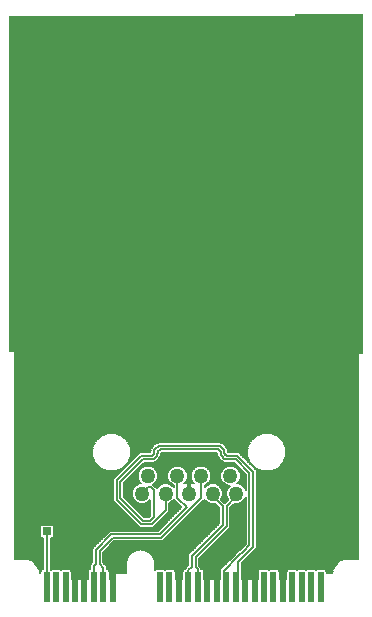
<source format=gtl>
G75*
%MOIN*%
%OFA0B0*%
%FSLAX24Y24*%
%IPPOS*%
%LPD*%
%AMOC8*
5,1,8,0,0,1.08239X$1,22.5*
%
%ADD10R,0.0236X0.1004*%
%ADD11R,0.2283X1.1220*%
%ADD12R,0.2283X1.1339*%
%ADD13C,0.0500*%
%ADD14C,0.0060*%
%ADD15C,0.0376*%
%ADD16R,0.0270X0.0270*%
D10*
X001430Y003333D03*
X001745Y003333D03*
X002060Y003333D03*
X002375Y003333D03*
X002690Y003333D03*
X003005Y003333D03*
X003320Y003333D03*
X003635Y003333D03*
X005210Y003333D03*
X005524Y003333D03*
X005839Y003333D03*
X006154Y003333D03*
X006469Y003333D03*
X006784Y003333D03*
X007099Y003333D03*
X007414Y003333D03*
X007729Y003333D03*
X008044Y003333D03*
X008359Y003333D03*
X008674Y003333D03*
X008989Y003333D03*
X009304Y003333D03*
X009619Y003333D03*
X009934Y003333D03*
X010249Y003333D03*
X010564Y003333D03*
D11*
X001312Y016768D03*
D12*
X010839Y016768D03*
D13*
X007558Y007046D03*
X007755Y006455D03*
X006967Y006455D03*
X006574Y007046D03*
X006180Y006455D03*
X005786Y007046D03*
X005393Y006455D03*
X004802Y007046D03*
X004605Y006455D03*
D14*
X004605Y006471D01*
X004806Y006672D01*
X004904Y006672D01*
X005003Y006573D01*
X005003Y005674D01*
X004880Y005551D01*
X004634Y005551D01*
X003882Y006303D01*
X003882Y006844D01*
X004634Y007596D01*
X004904Y007596D01*
X004904Y007716D02*
X004584Y007716D01*
X003762Y006894D01*
X003762Y006253D01*
X004584Y005431D01*
X004929Y005431D01*
X005393Y005894D01*
X005393Y006455D01*
X005513Y006137D02*
X005585Y006167D01*
X005668Y006250D01*
X005922Y005995D01*
X005145Y005218D01*
X003540Y005218D01*
X003023Y004701D01*
X002953Y004630D01*
X002953Y004163D01*
X002885Y004095D01*
X002885Y003925D01*
X002849Y003925D01*
X002797Y003873D01*
X002797Y003621D01*
X002268Y003621D01*
X002268Y003873D01*
X002215Y003925D01*
X001905Y003925D01*
X001902Y003923D01*
X001900Y003925D01*
X001590Y003925D01*
X001587Y003923D01*
X001585Y003925D01*
X001560Y003925D01*
X001560Y004971D01*
X001612Y004971D01*
X001665Y005023D01*
X001665Y005368D01*
X001612Y005421D01*
X001268Y005421D01*
X001215Y005368D01*
X001215Y005023D01*
X001268Y004971D01*
X001320Y004971D01*
X001320Y003925D01*
X001275Y003925D01*
X001222Y003873D01*
X001222Y003806D01*
X001197Y003806D01*
X001197Y003875D01*
X001121Y004057D01*
X000982Y004196D01*
X000800Y004271D01*
X000360Y004271D01*
X000360Y022338D01*
X001135Y022338D01*
X000920Y022249D01*
X000725Y022055D01*
X000620Y021800D01*
X000620Y021525D01*
X000725Y021271D01*
X000920Y021076D01*
X001174Y020971D01*
X001449Y020971D01*
X001704Y021076D01*
X001898Y021271D01*
X002004Y021525D01*
X002004Y021800D01*
X001898Y022055D01*
X001704Y022249D01*
X001489Y022338D01*
X010554Y022338D01*
X010546Y022335D01*
X010351Y022141D01*
X010246Y021886D01*
X010246Y021611D01*
X010351Y021357D01*
X010546Y021162D01*
X010800Y021057D01*
X011075Y021057D01*
X011330Y021162D01*
X011524Y021357D01*
X011630Y021611D01*
X011630Y021886D01*
X011524Y022141D01*
X011330Y022335D01*
X011322Y022338D01*
X011811Y022338D01*
X011811Y013467D01*
X011801Y013457D01*
X011801Y004271D01*
X011351Y004271D01*
X011169Y004196D01*
X011030Y004057D01*
X011030Y004057D01*
X010955Y003875D01*
X010955Y003806D01*
X010772Y003806D01*
X010772Y003873D01*
X010719Y003925D01*
X010408Y003925D01*
X010406Y003923D01*
X010404Y003925D01*
X010094Y003925D01*
X010091Y003923D01*
X010089Y003925D01*
X009779Y003925D01*
X009776Y003923D01*
X009774Y003925D01*
X009464Y003925D01*
X009411Y003873D01*
X009411Y003621D01*
X009197Y003621D01*
X009197Y003873D01*
X009144Y003925D01*
X008834Y003925D01*
X008832Y003923D01*
X008829Y003925D01*
X008519Y003925D01*
X008466Y003873D01*
X008466Y003621D01*
X007938Y003621D01*
X007938Y004136D01*
X008361Y004559D01*
X008431Y004629D01*
X008431Y007239D01*
X007904Y007766D01*
X007833Y007836D01*
X007478Y007836D01*
X007478Y007914D01*
X007386Y008074D01*
X007226Y008166D01*
X005142Y008166D01*
X004982Y008074D01*
X004982Y008074D01*
X004982Y008074D01*
X004889Y007914D01*
X004889Y007836D01*
X004535Y007836D01*
X003712Y007014D01*
X003642Y006943D01*
X003642Y006204D01*
X003712Y006133D01*
X004464Y005381D01*
X004535Y005311D01*
X004979Y005311D01*
X005442Y005774D01*
X005513Y005844D01*
X005513Y006137D01*
X005513Y006109D02*
X005808Y006109D01*
X005867Y006051D02*
X005513Y006051D01*
X005513Y005992D02*
X005919Y005992D01*
X005861Y005934D02*
X005513Y005934D01*
X005513Y005875D02*
X005802Y005875D01*
X005744Y005817D02*
X005485Y005817D01*
X005427Y005758D02*
X005685Y005758D01*
X005627Y005700D02*
X005368Y005700D01*
X005310Y005641D02*
X005568Y005641D01*
X005510Y005583D02*
X005251Y005583D01*
X005193Y005524D02*
X005451Y005524D01*
X005393Y005466D02*
X005134Y005466D01*
X005075Y005407D02*
X005334Y005407D01*
X005276Y005349D02*
X005017Y005349D01*
X005159Y005232D02*
X001665Y005232D01*
X001665Y005290D02*
X005217Y005290D01*
X005195Y005098D02*
X003590Y005098D01*
X003073Y004581D01*
X003073Y004113D01*
X003005Y004045D01*
X003005Y003333D01*
X002797Y003652D02*
X002268Y003652D01*
X002268Y003711D02*
X002797Y003711D01*
X002797Y003769D02*
X002268Y003769D01*
X002268Y003828D02*
X002797Y003828D01*
X002810Y003886D02*
X002254Y003886D01*
X002885Y003945D02*
X001560Y003945D01*
X001560Y004003D02*
X002885Y004003D01*
X002885Y004062D02*
X001560Y004062D01*
X001560Y004120D02*
X002911Y004120D01*
X002953Y004179D02*
X001560Y004179D01*
X001560Y004237D02*
X002953Y004237D01*
X002953Y004296D02*
X001560Y004296D01*
X001560Y004354D02*
X002953Y004354D01*
X002953Y004413D02*
X001560Y004413D01*
X001560Y004471D02*
X002953Y004471D01*
X002953Y004530D02*
X001560Y004530D01*
X001560Y004588D02*
X002953Y004588D01*
X002969Y004647D02*
X001560Y004647D01*
X001560Y004705D02*
X003028Y004705D01*
X003086Y004764D02*
X001560Y004764D01*
X001560Y004822D02*
X003145Y004822D01*
X003203Y004881D02*
X001560Y004881D01*
X001560Y004939D02*
X003262Y004939D01*
X003320Y004998D02*
X001639Y004998D01*
X001665Y005056D02*
X003379Y005056D01*
X003437Y005115D02*
X001665Y005115D01*
X001665Y005173D02*
X003496Y005173D01*
X003640Y004978D02*
X003193Y004531D01*
X003193Y004113D01*
X003320Y003986D01*
X003320Y003333D01*
X003528Y003621D02*
X003528Y003873D01*
X003475Y003925D01*
X003440Y003925D01*
X003440Y004036D01*
X003313Y004163D01*
X003313Y004481D01*
X003690Y004858D01*
X005294Y004858D01*
X005364Y004928D01*
X006623Y006188D01*
X006689Y006253D01*
X006775Y006167D01*
X006900Y006115D01*
X007035Y006115D01*
X007047Y006120D01*
X007185Y005982D01*
X007185Y005467D01*
X006152Y004433D01*
X006152Y004064D01*
X006034Y003947D01*
X006034Y003925D01*
X005999Y003925D01*
X005946Y003873D01*
X005946Y003621D01*
X005733Y003621D01*
X005733Y003873D01*
X005680Y003925D01*
X005369Y003925D01*
X005367Y003923D01*
X005365Y003925D01*
X005054Y003925D01*
X005035Y003906D01*
X005035Y004219D01*
X004941Y004415D01*
X004771Y004550D01*
X004560Y004598D01*
X004348Y004550D01*
X004179Y004415D01*
X004179Y004415D01*
X004179Y004415D01*
X004085Y004219D01*
X004085Y003806D01*
X003740Y003806D01*
X003723Y003789D01*
X003723Y003621D01*
X003528Y003621D01*
X003528Y003652D02*
X003723Y003652D01*
X003723Y003711D02*
X003528Y003711D01*
X003528Y003769D02*
X003723Y003769D01*
X003528Y003828D02*
X004085Y003828D01*
X004085Y003886D02*
X003514Y003886D01*
X003440Y003945D02*
X004085Y003945D01*
X004085Y004003D02*
X003440Y004003D01*
X003413Y004062D02*
X004085Y004062D01*
X004085Y004120D02*
X003355Y004120D01*
X003313Y004179D02*
X004085Y004179D01*
X004093Y004237D02*
X003313Y004237D01*
X003313Y004296D02*
X004121Y004296D01*
X004150Y004354D02*
X003313Y004354D01*
X003313Y004413D02*
X004178Y004413D01*
X004250Y004471D02*
X003313Y004471D01*
X003361Y004530D02*
X004323Y004530D01*
X004348Y004550D02*
X004348Y004550D01*
X004516Y004588D02*
X003420Y004588D01*
X003478Y004647D02*
X006365Y004647D01*
X006423Y004705D02*
X003537Y004705D01*
X003595Y004764D02*
X006482Y004764D01*
X006540Y004822D02*
X003654Y004822D01*
X003640Y004978D02*
X005244Y004978D01*
X006574Y006308D01*
X006574Y007046D01*
X006757Y007338D02*
X007374Y007338D01*
X007365Y007334D02*
X007270Y007239D01*
X007218Y007114D01*
X007218Y006978D01*
X007270Y006853D01*
X007365Y006758D01*
X007490Y006706D01*
X007525Y006706D01*
X007467Y006648D01*
X007415Y006523D01*
X007415Y006388D01*
X007467Y006263D01*
X007476Y006253D01*
X007365Y006142D01*
X007355Y006152D01*
X007250Y006257D01*
X007256Y006263D01*
X007307Y006388D01*
X007307Y006523D01*
X007256Y006648D01*
X007160Y006744D01*
X007035Y006795D01*
X006900Y006795D01*
X006775Y006744D01*
X006694Y006663D01*
X006694Y006728D01*
X006766Y006758D01*
X006862Y006853D01*
X006914Y006978D01*
X006914Y007114D01*
X006862Y007239D01*
X006766Y007334D01*
X006641Y007386D01*
X006506Y007386D01*
X006381Y007334D01*
X006285Y007239D01*
X006234Y007114D01*
X006234Y006978D01*
X006285Y006853D01*
X006337Y006802D01*
X006291Y006821D01*
X006217Y006835D01*
X006210Y006835D01*
X006210Y006485D01*
X006150Y006485D01*
X006150Y006835D01*
X006143Y006835D01*
X006069Y006821D01*
X006023Y006802D01*
X006075Y006853D01*
X006126Y006978D01*
X006126Y007114D01*
X006075Y007239D01*
X005979Y007334D01*
X005854Y007386D01*
X005719Y007386D01*
X005594Y007334D01*
X005498Y007239D01*
X005446Y007114D01*
X005446Y006978D01*
X005498Y006853D01*
X005594Y006758D01*
X005666Y006728D01*
X005666Y006663D01*
X005585Y006744D01*
X005460Y006795D01*
X005325Y006795D01*
X005200Y006744D01*
X005104Y006648D01*
X005103Y006644D01*
X005024Y006722D01*
X004990Y006756D01*
X004995Y006758D01*
X005090Y006853D01*
X005142Y006978D01*
X005142Y007114D01*
X005090Y007239D01*
X004995Y007334D01*
X004870Y007386D01*
X004734Y007386D01*
X004609Y007334D01*
X004514Y007239D01*
X004462Y007114D01*
X004462Y006978D01*
X004514Y006853D01*
X004572Y006795D01*
X004538Y006795D01*
X004413Y006744D01*
X004317Y006648D01*
X004265Y006523D01*
X004265Y006388D01*
X004317Y006263D01*
X004413Y006167D01*
X004538Y006115D01*
X004673Y006115D01*
X004798Y006167D01*
X004883Y006252D01*
X004883Y005724D01*
X004830Y005671D01*
X004684Y005671D01*
X004002Y006353D01*
X004002Y006794D01*
X004684Y007476D01*
X004997Y007476D01*
X005157Y007569D01*
X005249Y007729D01*
X005249Y007806D01*
X007118Y007806D01*
X007118Y007729D01*
X007211Y007569D01*
X007371Y007476D01*
X007684Y007476D01*
X008071Y007089D01*
X008071Y006581D01*
X008043Y006648D01*
X007947Y006744D01*
X007822Y006795D01*
X007788Y006795D01*
X007846Y006853D01*
X007898Y006978D01*
X007898Y007114D01*
X007846Y007239D01*
X007751Y007334D01*
X007626Y007386D01*
X007490Y007386D01*
X007365Y007334D01*
X007311Y007279D02*
X006821Y007279D01*
X006869Y007221D02*
X007262Y007221D01*
X007238Y007162D02*
X006893Y007162D01*
X006914Y007104D02*
X007218Y007104D01*
X007218Y007045D02*
X006914Y007045D01*
X006914Y006987D02*
X007218Y006987D01*
X007239Y006928D02*
X006893Y006928D01*
X006869Y006870D02*
X007263Y006870D01*
X007312Y006811D02*
X006820Y006811D01*
X006797Y006753D02*
X006755Y006753D01*
X006726Y006694D02*
X006694Y006694D01*
X006716Y006226D02*
X006662Y006226D01*
X006604Y006168D02*
X006774Y006168D01*
X006545Y006109D02*
X007058Y006109D01*
X007117Y006051D02*
X006487Y006051D01*
X006428Y005992D02*
X007175Y005992D01*
X007185Y005934D02*
X006370Y005934D01*
X006311Y005875D02*
X007185Y005875D01*
X007185Y005817D02*
X006253Y005817D01*
X006194Y005758D02*
X007185Y005758D01*
X007185Y005700D02*
X006136Y005700D01*
X006077Y005641D02*
X007185Y005641D01*
X007185Y005583D02*
X006019Y005583D01*
X005960Y005524D02*
X007185Y005524D01*
X007184Y005466D02*
X005902Y005466D01*
X005843Y005407D02*
X007125Y005407D01*
X007067Y005349D02*
X005785Y005349D01*
X005726Y005290D02*
X007008Y005290D01*
X006950Y005232D02*
X005668Y005232D01*
X005609Y005173D02*
X006891Y005173D01*
X006833Y005115D02*
X005551Y005115D01*
X005492Y005056D02*
X006774Y005056D01*
X006716Y004998D02*
X005434Y004998D01*
X005375Y004939D02*
X006657Y004939D01*
X006599Y004881D02*
X005317Y004881D01*
X005195Y005098D02*
X006092Y005995D01*
X005786Y006301D01*
X005786Y007046D01*
X005603Y007338D02*
X004986Y007338D01*
X005049Y007279D02*
X005539Y007279D01*
X005491Y007221D02*
X005098Y007221D01*
X005122Y007162D02*
X005467Y007162D01*
X005446Y007104D02*
X005142Y007104D01*
X005142Y007045D02*
X005446Y007045D01*
X005446Y006987D02*
X005142Y006987D01*
X005121Y006928D02*
X005467Y006928D01*
X005491Y006870D02*
X005097Y006870D01*
X005048Y006811D02*
X005540Y006811D01*
X005563Y006753D02*
X005605Y006753D01*
X005634Y006694D02*
X005666Y006694D01*
X005644Y006226D02*
X005691Y006226D01*
X005750Y006168D02*
X005586Y006168D01*
X005151Y006694D02*
X005052Y006694D01*
X004993Y006753D02*
X005222Y006753D01*
X004883Y006226D02*
X004857Y006226D01*
X004883Y006168D02*
X004798Y006168D01*
X004883Y006109D02*
X004245Y006109D01*
X004304Y006051D02*
X004883Y006051D01*
X004883Y005992D02*
X004362Y005992D01*
X004421Y005934D02*
X004883Y005934D01*
X004883Y005875D02*
X004479Y005875D01*
X004538Y005817D02*
X004883Y005817D01*
X004883Y005758D02*
X004596Y005758D01*
X004655Y005700D02*
X004859Y005700D01*
X004497Y005349D02*
X001665Y005349D01*
X001625Y005407D02*
X004438Y005407D01*
X004464Y005381D02*
X004464Y005381D01*
X004380Y005466D02*
X000360Y005466D01*
X000360Y005524D02*
X004321Y005524D01*
X004263Y005583D02*
X000360Y005583D01*
X000360Y005641D02*
X004204Y005641D01*
X004146Y005700D02*
X000360Y005700D01*
X000360Y005758D02*
X004087Y005758D01*
X004029Y005817D02*
X000360Y005817D01*
X000360Y005875D02*
X003970Y005875D01*
X003912Y005934D02*
X000360Y005934D01*
X000360Y005992D02*
X003853Y005992D01*
X003795Y006051D02*
X000360Y006051D01*
X000360Y006109D02*
X003736Y006109D01*
X003712Y006133D02*
X003712Y006133D01*
X003678Y006168D02*
X000360Y006168D01*
X000360Y006226D02*
X003642Y006226D01*
X003642Y006285D02*
X000360Y006285D01*
X000360Y006343D02*
X003642Y006343D01*
X003642Y006402D02*
X000360Y006402D01*
X000360Y006460D02*
X003642Y006460D01*
X003642Y006519D02*
X000360Y006519D01*
X000360Y006577D02*
X003642Y006577D01*
X003642Y006636D02*
X000360Y006636D01*
X000360Y006694D02*
X003642Y006694D01*
X003642Y006753D02*
X000360Y006753D01*
X000360Y006811D02*
X003642Y006811D01*
X003642Y006870D02*
X000360Y006870D01*
X000360Y006928D02*
X003642Y006928D01*
X003685Y006987D02*
X000360Y006987D01*
X000360Y007045D02*
X003744Y007045D01*
X003802Y007104D02*
X000360Y007104D01*
X000360Y007162D02*
X003861Y007162D01*
X003919Y007221D02*
X003794Y007221D01*
X003721Y007191D02*
X003957Y007289D01*
X004138Y007469D01*
X004236Y007706D01*
X004236Y007961D01*
X004138Y008197D01*
X003957Y008378D01*
X003721Y008476D01*
X003466Y008476D01*
X003229Y008378D01*
X003049Y008197D01*
X002951Y007961D01*
X002951Y007706D01*
X003049Y007469D01*
X003229Y007289D01*
X003466Y007191D01*
X003721Y007191D01*
X003935Y007279D02*
X003978Y007279D01*
X004007Y007338D02*
X004036Y007338D01*
X004065Y007396D02*
X004095Y007396D01*
X004124Y007455D02*
X004153Y007455D01*
X004156Y007513D02*
X004212Y007513D01*
X004181Y007572D02*
X004270Y007572D01*
X004329Y007630D02*
X004205Y007630D01*
X004229Y007689D02*
X004387Y007689D01*
X004446Y007747D02*
X004236Y007747D01*
X004236Y007806D02*
X004504Y007806D01*
X004662Y007455D02*
X007705Y007455D01*
X007764Y007396D02*
X004604Y007396D01*
X004618Y007338D02*
X004545Y007338D01*
X004555Y007279D02*
X004487Y007279D01*
X004506Y007221D02*
X004428Y007221D01*
X004482Y007162D02*
X004370Y007162D01*
X004311Y007104D02*
X004462Y007104D01*
X004462Y007045D02*
X004253Y007045D01*
X004194Y006987D02*
X004462Y006987D01*
X004483Y006928D02*
X004136Y006928D01*
X004077Y006870D02*
X004507Y006870D01*
X004556Y006811D02*
X004019Y006811D01*
X004002Y006753D02*
X004435Y006753D01*
X004363Y006694D02*
X004002Y006694D01*
X004002Y006636D02*
X004312Y006636D01*
X004288Y006577D02*
X004002Y006577D01*
X004002Y006519D02*
X004265Y006519D01*
X004265Y006460D02*
X004002Y006460D01*
X004002Y006402D02*
X004265Y006402D01*
X004284Y006343D02*
X004011Y006343D01*
X004070Y006285D02*
X004308Y006285D01*
X004353Y006226D02*
X004128Y006226D01*
X004187Y006168D02*
X004412Y006168D01*
X005061Y007513D02*
X007307Y007513D01*
X007211Y007569D02*
X007211Y007569D01*
X007211Y007569D01*
X007209Y007572D02*
X005159Y007572D01*
X005157Y007569D02*
X005157Y007569D01*
X005157Y007569D01*
X005193Y007630D02*
X007175Y007630D01*
X007141Y007689D02*
X005226Y007689D01*
X005249Y007747D02*
X007118Y007747D01*
X007118Y007806D02*
X005249Y007806D01*
X005234Y007926D02*
X005216Y007924D01*
X005198Y007920D01*
X005182Y007912D01*
X005167Y007901D01*
X005154Y007888D01*
X005143Y007874D01*
X005135Y007857D01*
X005131Y007839D01*
X005129Y007821D01*
X005009Y007821D02*
X005011Y007848D01*
X005016Y007875D01*
X005024Y007901D01*
X005035Y007926D01*
X005049Y007949D01*
X005066Y007970D01*
X005085Y007989D01*
X005106Y008006D01*
X005129Y008020D01*
X005154Y008031D01*
X005180Y008039D01*
X005207Y008044D01*
X005234Y008046D01*
X007133Y008046D01*
X007133Y007926D02*
X005234Y007926D01*
X005126Y008157D02*
X004155Y008157D01*
X004179Y008098D02*
X005025Y008098D01*
X004962Y008040D02*
X004203Y008040D01*
X004228Y007981D02*
X004929Y007981D01*
X004895Y007923D02*
X004236Y007923D01*
X004236Y007864D02*
X004889Y007864D01*
X005129Y007821D02*
X005127Y007794D01*
X005122Y007767D01*
X005114Y007741D01*
X005103Y007716D01*
X005089Y007693D01*
X005072Y007672D01*
X005053Y007653D01*
X005032Y007636D01*
X005009Y007622D01*
X004984Y007611D01*
X004958Y007603D01*
X004931Y007598D01*
X004904Y007596D01*
X004904Y007716D02*
X004922Y007718D01*
X004940Y007722D01*
X004957Y007730D01*
X004971Y007741D01*
X004984Y007754D01*
X004995Y007769D01*
X005003Y007785D01*
X005007Y007803D01*
X005009Y007821D01*
X004120Y008215D02*
X008240Y008215D01*
X008222Y008197D02*
X008124Y007961D01*
X008124Y007706D01*
X008222Y007469D01*
X008403Y007289D01*
X008639Y007191D01*
X008894Y007191D01*
X009131Y007289D01*
X009311Y007469D01*
X009409Y007706D01*
X009409Y007961D01*
X009311Y008197D01*
X009131Y008378D01*
X008894Y008476D01*
X008639Y008476D01*
X008403Y008378D01*
X008222Y008197D01*
X008205Y008157D02*
X007242Y008157D01*
X007343Y008098D02*
X008181Y008098D01*
X008157Y008040D02*
X007406Y008040D01*
X007386Y008074D02*
X007386Y008074D01*
X007386Y008074D01*
X007439Y007981D02*
X008132Y007981D01*
X008124Y007923D02*
X007473Y007923D01*
X007478Y007864D02*
X008124Y007864D01*
X008124Y007806D02*
X007864Y007806D01*
X007922Y007747D02*
X008124Y007747D01*
X008131Y007689D02*
X007981Y007689D01*
X008039Y007630D02*
X008155Y007630D01*
X008179Y007572D02*
X008098Y007572D01*
X008156Y007513D02*
X008204Y007513D01*
X008215Y007455D02*
X008236Y007455D01*
X008273Y007396D02*
X008295Y007396D01*
X008332Y007338D02*
X008353Y007338D01*
X008390Y007279D02*
X008425Y007279D01*
X008431Y007221D02*
X008566Y007221D01*
X008431Y007162D02*
X011801Y007162D01*
X011801Y007104D02*
X008431Y007104D01*
X008431Y007045D02*
X011801Y007045D01*
X011801Y006987D02*
X008431Y006987D01*
X008431Y006928D02*
X011801Y006928D01*
X011801Y006870D02*
X008431Y006870D01*
X008431Y006811D02*
X011801Y006811D01*
X011801Y006753D02*
X008431Y006753D01*
X008431Y006694D02*
X011801Y006694D01*
X011801Y006636D02*
X008431Y006636D01*
X008431Y006577D02*
X011801Y006577D01*
X011801Y006519D02*
X008431Y006519D01*
X008431Y006460D02*
X011801Y006460D01*
X011801Y006402D02*
X008431Y006402D01*
X008431Y006343D02*
X011801Y006343D01*
X011801Y006285D02*
X008431Y006285D01*
X008431Y006226D02*
X011801Y006226D01*
X011801Y006168D02*
X008431Y006168D01*
X008431Y006109D02*
X011801Y006109D01*
X011801Y006051D02*
X008431Y006051D01*
X008431Y005992D02*
X011801Y005992D01*
X011801Y005934D02*
X008431Y005934D01*
X008431Y005875D02*
X011801Y005875D01*
X011801Y005817D02*
X008431Y005817D01*
X008431Y005758D02*
X011801Y005758D01*
X011801Y005700D02*
X008431Y005700D01*
X008431Y005641D02*
X011801Y005641D01*
X011801Y005583D02*
X008431Y005583D01*
X008431Y005524D02*
X011801Y005524D01*
X011801Y005466D02*
X008431Y005466D01*
X008431Y005407D02*
X011801Y005407D01*
X011801Y005349D02*
X008431Y005349D01*
X008431Y005290D02*
X011801Y005290D01*
X011801Y005232D02*
X008431Y005232D01*
X008431Y005173D02*
X011801Y005173D01*
X011801Y005115D02*
X008431Y005115D01*
X008431Y005056D02*
X011801Y005056D01*
X011801Y004998D02*
X008431Y004998D01*
X008431Y004939D02*
X011801Y004939D01*
X011801Y004881D02*
X008431Y004881D01*
X008431Y004822D02*
X011801Y004822D01*
X011801Y004764D02*
X008431Y004764D01*
X008431Y004705D02*
X011801Y004705D01*
X011801Y004647D02*
X008431Y004647D01*
X008390Y004588D02*
X011801Y004588D01*
X011801Y004530D02*
X008332Y004530D01*
X008361Y004559D02*
X008361Y004559D01*
X008273Y004471D02*
X011801Y004471D01*
X011801Y004413D02*
X008215Y004413D01*
X008156Y004354D02*
X011801Y004354D01*
X011801Y004296D02*
X008098Y004296D01*
X008039Y004237D02*
X011269Y004237D01*
X011169Y004196D02*
X011169Y004196D01*
X011152Y004179D02*
X007981Y004179D01*
X007938Y004120D02*
X011094Y004120D01*
X011035Y004062D02*
X007938Y004062D01*
X007938Y004003D02*
X011008Y004003D01*
X010984Y003945D02*
X007938Y003945D01*
X007938Y003886D02*
X008480Y003886D01*
X008466Y003828D02*
X007938Y003828D01*
X007938Y003769D02*
X008466Y003769D01*
X008466Y003711D02*
X007938Y003711D01*
X007938Y003652D02*
X008466Y003652D01*
X007818Y004185D02*
X008311Y004679D01*
X008311Y007189D01*
X007784Y007716D01*
X007463Y007716D01*
X007463Y007596D02*
X007436Y007598D01*
X007409Y007603D01*
X007383Y007611D01*
X007358Y007622D01*
X007335Y007636D01*
X007314Y007653D01*
X007295Y007672D01*
X007278Y007693D01*
X007264Y007716D01*
X007253Y007741D01*
X007245Y007767D01*
X007240Y007794D01*
X007238Y007821D01*
X007236Y007839D01*
X007232Y007857D01*
X007224Y007874D01*
X007213Y007888D01*
X007200Y007901D01*
X007186Y007912D01*
X007169Y007920D01*
X007151Y007924D01*
X007133Y007926D01*
X007133Y008046D02*
X007160Y008044D01*
X007187Y008039D01*
X007213Y008031D01*
X007238Y008020D01*
X007261Y008006D01*
X007282Y007989D01*
X007301Y007970D01*
X007318Y007949D01*
X007332Y007926D01*
X007343Y007901D01*
X007351Y007875D01*
X007356Y007848D01*
X007358Y007821D01*
X007360Y007803D01*
X007364Y007785D01*
X007372Y007769D01*
X007383Y007754D01*
X007396Y007741D01*
X007411Y007730D01*
X007427Y007722D01*
X007445Y007718D01*
X007463Y007716D01*
X007463Y007596D02*
X007734Y007596D01*
X008191Y007139D01*
X008191Y004728D01*
X008012Y004549D01*
X007821Y004372D01*
X007326Y003877D01*
X007326Y003422D01*
X007414Y003333D01*
X007206Y003621D02*
X006677Y003621D01*
X006677Y003873D01*
X006625Y003925D01*
X006589Y003925D01*
X006589Y003986D01*
X006519Y004057D01*
X006512Y004064D01*
X006512Y004284D01*
X007475Y005248D01*
X007545Y005318D01*
X007545Y005982D01*
X007681Y006118D01*
X007687Y006115D01*
X007822Y006115D01*
X007947Y006167D01*
X008043Y006263D01*
X008071Y006330D01*
X008071Y004778D01*
X007928Y004635D01*
X007774Y004492D01*
X007771Y004492D01*
X007738Y004458D01*
X007703Y004426D01*
X007703Y004423D01*
X007276Y003997D01*
X007206Y003926D01*
X007206Y003621D01*
X007206Y003652D02*
X006677Y003652D01*
X006677Y003711D02*
X007206Y003711D01*
X007206Y003769D02*
X006677Y003769D01*
X006677Y003828D02*
X007206Y003828D01*
X007206Y003886D02*
X006664Y003886D01*
X006589Y003945D02*
X007224Y003945D01*
X007283Y004003D02*
X006572Y004003D01*
X006519Y004057D02*
X006519Y004057D01*
X006514Y004062D02*
X007341Y004062D01*
X007400Y004120D02*
X006512Y004120D01*
X006512Y004179D02*
X007458Y004179D01*
X007517Y004237D02*
X006512Y004237D01*
X006523Y004296D02*
X007575Y004296D01*
X007634Y004354D02*
X006582Y004354D01*
X006640Y004413D02*
X007692Y004413D01*
X007751Y004471D02*
X006699Y004471D01*
X006757Y004530D02*
X007815Y004530D01*
X007878Y004588D02*
X006816Y004588D01*
X006874Y004647D02*
X007940Y004647D01*
X007998Y004705D02*
X006933Y004705D01*
X006991Y004764D02*
X008057Y004764D01*
X008071Y004822D02*
X007050Y004822D01*
X007108Y004881D02*
X008071Y004881D01*
X008071Y004939D02*
X007167Y004939D01*
X007225Y004998D02*
X008071Y004998D01*
X008071Y005056D02*
X007284Y005056D01*
X007342Y005115D02*
X008071Y005115D01*
X008071Y005173D02*
X007401Y005173D01*
X007459Y005232D02*
X008071Y005232D01*
X008071Y005290D02*
X007518Y005290D01*
X007545Y005349D02*
X008071Y005349D01*
X008071Y005407D02*
X007545Y005407D01*
X007545Y005466D02*
X008071Y005466D01*
X008071Y005524D02*
X007545Y005524D01*
X007545Y005583D02*
X008071Y005583D01*
X008071Y005641D02*
X007545Y005641D01*
X007545Y005700D02*
X008071Y005700D01*
X008071Y005758D02*
X007545Y005758D01*
X007545Y005817D02*
X008071Y005817D01*
X008071Y005875D02*
X007545Y005875D01*
X007545Y005934D02*
X008071Y005934D01*
X008071Y005992D02*
X007555Y005992D01*
X007613Y006051D02*
X008071Y006051D01*
X008071Y006109D02*
X007672Y006109D01*
X007450Y006226D02*
X007281Y006226D01*
X007265Y006285D02*
X007457Y006285D01*
X007433Y006343D02*
X007289Y006343D01*
X007307Y006402D02*
X007415Y006402D01*
X007415Y006460D02*
X007307Y006460D01*
X007307Y006519D02*
X007415Y006519D01*
X007437Y006577D02*
X007285Y006577D01*
X007261Y006636D02*
X007462Y006636D01*
X007513Y006694D02*
X007209Y006694D01*
X007138Y006753D02*
X007377Y006753D01*
X007391Y006168D02*
X007339Y006168D01*
X007305Y006032D02*
X007305Y005417D01*
X006272Y004384D01*
X006272Y004014D01*
X006154Y003897D01*
X006154Y003333D01*
X005946Y003652D02*
X005733Y003652D01*
X005733Y003711D02*
X005946Y003711D01*
X005946Y003769D02*
X005733Y003769D01*
X005733Y003828D02*
X005946Y003828D01*
X005960Y003886D02*
X005719Y003886D01*
X006034Y003945D02*
X005035Y003945D01*
X005035Y004003D02*
X006091Y004003D01*
X006149Y004062D02*
X005035Y004062D01*
X005035Y004120D02*
X006152Y004120D01*
X006152Y004179D02*
X005035Y004179D01*
X005027Y004237D02*
X006152Y004237D01*
X006152Y004296D02*
X004998Y004296D01*
X004970Y004354D02*
X006152Y004354D01*
X006152Y004413D02*
X004942Y004413D01*
X004941Y004415D02*
X004941Y004415D01*
X004870Y004471D02*
X006189Y004471D01*
X006248Y004530D02*
X004797Y004530D01*
X004771Y004550D02*
X004771Y004550D01*
X004604Y004588D02*
X006306Y004588D01*
X006392Y004334D02*
X007425Y005368D01*
X007425Y006032D01*
X007755Y006362D01*
X007755Y006455D01*
X008007Y006226D02*
X008071Y006226D01*
X008071Y006168D02*
X007948Y006168D01*
X008052Y006285D02*
X008071Y006285D01*
X008048Y006636D02*
X008071Y006636D01*
X008071Y006694D02*
X007997Y006694D01*
X007925Y006753D02*
X008071Y006753D01*
X008071Y006811D02*
X007804Y006811D01*
X007853Y006870D02*
X008071Y006870D01*
X008071Y006928D02*
X007877Y006928D01*
X007898Y006987D02*
X008071Y006987D01*
X008071Y007045D02*
X007898Y007045D01*
X007898Y007104D02*
X008056Y007104D01*
X007998Y007162D02*
X007878Y007162D01*
X007854Y007221D02*
X007939Y007221D01*
X007881Y007279D02*
X007805Y007279D01*
X007822Y007338D02*
X007742Y007338D01*
X008298Y008274D02*
X004062Y008274D01*
X004003Y008332D02*
X008357Y008332D01*
X008433Y008391D02*
X003927Y008391D01*
X003785Y008449D02*
X008575Y008449D01*
X008959Y008449D02*
X011801Y008449D01*
X011801Y008391D02*
X009100Y008391D01*
X009176Y008332D02*
X011801Y008332D01*
X011801Y008274D02*
X009235Y008274D01*
X009293Y008215D02*
X011801Y008215D01*
X011801Y008157D02*
X009328Y008157D01*
X009352Y008098D02*
X011801Y008098D01*
X011801Y008040D02*
X009377Y008040D01*
X009401Y007981D02*
X011801Y007981D01*
X011801Y007923D02*
X009409Y007923D01*
X009409Y007864D02*
X011801Y007864D01*
X011801Y007806D02*
X009409Y007806D01*
X009409Y007747D02*
X011801Y007747D01*
X011801Y007689D02*
X009402Y007689D01*
X009378Y007630D02*
X011801Y007630D01*
X011801Y007572D02*
X009354Y007572D01*
X009330Y007513D02*
X011801Y007513D01*
X011801Y007455D02*
X009297Y007455D01*
X009238Y007396D02*
X011801Y007396D01*
X011801Y007338D02*
X009180Y007338D01*
X009108Y007279D02*
X011801Y007279D01*
X011801Y007221D02*
X008967Y007221D01*
X007305Y006032D02*
X006967Y006370D01*
X006967Y006455D01*
X006390Y007338D02*
X005970Y007338D01*
X006034Y007279D02*
X006326Y007279D01*
X006278Y007221D02*
X006082Y007221D01*
X006106Y007162D02*
X006254Y007162D01*
X006234Y007104D02*
X006126Y007104D01*
X006126Y007045D02*
X006234Y007045D01*
X006234Y006987D02*
X006126Y006987D01*
X006106Y006928D02*
X006254Y006928D01*
X006279Y006870D02*
X006081Y006870D01*
X006046Y006811D02*
X006033Y006811D01*
X006150Y006811D02*
X006210Y006811D01*
X006210Y006753D02*
X006150Y006753D01*
X006150Y006694D02*
X006210Y006694D01*
X006210Y006636D02*
X006150Y006636D01*
X006150Y006577D02*
X006210Y006577D01*
X006210Y006519D02*
X006150Y006519D01*
X006314Y006811D02*
X006327Y006811D01*
X006392Y004334D02*
X006392Y004014D01*
X006469Y003937D01*
X006469Y003333D01*
X007729Y003333D02*
X007729Y003532D01*
X007818Y003621D01*
X007818Y004185D01*
X009183Y003886D02*
X009425Y003886D01*
X009411Y003828D02*
X009197Y003828D01*
X009197Y003769D02*
X009411Y003769D01*
X009411Y003711D02*
X009197Y003711D01*
X009197Y003652D02*
X009411Y003652D01*
X010758Y003886D02*
X010960Y003886D01*
X010955Y003828D02*
X010772Y003828D01*
X011801Y008508D02*
X000360Y008508D01*
X000360Y008566D02*
X011801Y008566D01*
X011801Y008625D02*
X000360Y008625D01*
X000360Y008683D02*
X011801Y008683D01*
X011801Y008742D02*
X000360Y008742D01*
X000360Y008800D02*
X011801Y008800D01*
X011801Y008859D02*
X000360Y008859D01*
X000360Y008917D02*
X011801Y008917D01*
X011801Y008976D02*
X000360Y008976D01*
X000360Y009034D02*
X011801Y009034D01*
X011801Y009093D02*
X000360Y009093D01*
X000360Y009151D02*
X011801Y009151D01*
X011801Y009210D02*
X000360Y009210D01*
X000360Y009268D02*
X011801Y009268D01*
X011801Y009327D02*
X000360Y009327D01*
X000360Y009385D02*
X011801Y009385D01*
X011801Y009444D02*
X000360Y009444D01*
X000360Y009502D02*
X011801Y009502D01*
X011801Y009561D02*
X000360Y009561D01*
X000360Y009619D02*
X011801Y009619D01*
X011801Y009678D02*
X000360Y009678D01*
X000360Y009736D02*
X011801Y009736D01*
X011801Y009795D02*
X000360Y009795D01*
X000360Y009853D02*
X011801Y009853D01*
X011801Y009912D02*
X000360Y009912D01*
X000360Y009970D02*
X011801Y009970D01*
X011801Y010029D02*
X000360Y010029D01*
X000360Y010087D02*
X011801Y010087D01*
X011801Y010146D02*
X000360Y010146D01*
X000360Y010204D02*
X011801Y010204D01*
X011801Y010263D02*
X000360Y010263D01*
X000360Y010321D02*
X011801Y010321D01*
X011801Y010380D02*
X000360Y010380D01*
X000360Y010438D02*
X011801Y010438D01*
X011801Y010497D02*
X000360Y010497D01*
X000360Y010555D02*
X011801Y010555D01*
X011801Y010614D02*
X000360Y010614D01*
X000360Y010672D02*
X011801Y010672D01*
X011801Y010731D02*
X000360Y010731D01*
X000360Y010789D02*
X011801Y010789D01*
X011801Y010848D02*
X000360Y010848D01*
X000360Y010906D02*
X011801Y010906D01*
X011801Y010965D02*
X000360Y010965D01*
X000360Y011023D02*
X011801Y011023D01*
X011801Y011082D02*
X000360Y011082D01*
X000360Y011140D02*
X011801Y011140D01*
X011801Y011199D02*
X000360Y011199D01*
X000360Y011257D02*
X011801Y011257D01*
X011801Y011316D02*
X000360Y011316D01*
X000360Y011374D02*
X011801Y011374D01*
X011801Y011433D02*
X000360Y011433D01*
X000360Y011491D02*
X011801Y011491D01*
X011801Y011550D02*
X010979Y011550D01*
X010977Y011549D02*
X011231Y011654D01*
X011426Y011849D01*
X011531Y012103D01*
X011531Y012378D01*
X011426Y012633D01*
X011231Y012827D01*
X010977Y012933D01*
X010702Y012933D01*
X010448Y012827D01*
X010253Y012633D01*
X010148Y012378D01*
X010148Y012103D01*
X010253Y011849D01*
X010448Y011654D01*
X010702Y011549D01*
X010977Y011549D01*
X011120Y011608D02*
X011801Y011608D01*
X011801Y011667D02*
X011244Y011667D01*
X011302Y011725D02*
X011801Y011725D01*
X011801Y011784D02*
X011361Y011784D01*
X011419Y011842D02*
X011801Y011842D01*
X011801Y011901D02*
X011447Y011901D01*
X011472Y011959D02*
X011801Y011959D01*
X011801Y012018D02*
X011496Y012018D01*
X011520Y012076D02*
X011801Y012076D01*
X011801Y012135D02*
X011531Y012135D01*
X011531Y012193D02*
X011801Y012193D01*
X011801Y012252D02*
X011531Y012252D01*
X011531Y012310D02*
X011801Y012310D01*
X011801Y012369D02*
X011531Y012369D01*
X011511Y012427D02*
X011801Y012427D01*
X011801Y012486D02*
X011487Y012486D01*
X011463Y012544D02*
X011801Y012544D01*
X011801Y012603D02*
X011438Y012603D01*
X011397Y012661D02*
X011801Y012661D01*
X011801Y012720D02*
X011339Y012720D01*
X011280Y012778D02*
X011801Y012778D01*
X011801Y012837D02*
X011208Y012837D01*
X011067Y012895D02*
X011801Y012895D01*
X011801Y012954D02*
X000360Y012954D01*
X000360Y013012D02*
X011801Y013012D01*
X011801Y013071D02*
X000360Y013071D01*
X000360Y013129D02*
X011801Y013129D01*
X011801Y013188D02*
X000360Y013188D01*
X000360Y013246D02*
X011801Y013246D01*
X011801Y013305D02*
X000360Y013305D01*
X000360Y013363D02*
X011801Y013363D01*
X011801Y013422D02*
X000360Y013422D01*
X000360Y013480D02*
X011811Y013480D01*
X011811Y013539D02*
X000360Y013539D01*
X000360Y013597D02*
X011811Y013597D01*
X011811Y013656D02*
X000360Y013656D01*
X000360Y013714D02*
X011811Y013714D01*
X011811Y013773D02*
X000360Y013773D01*
X000360Y013831D02*
X011811Y013831D01*
X011811Y013890D02*
X000360Y013890D01*
X000360Y013948D02*
X011811Y013948D01*
X011811Y014007D02*
X000360Y014007D01*
X000360Y014065D02*
X011811Y014065D01*
X011811Y014124D02*
X000360Y014124D01*
X000360Y014182D02*
X011811Y014182D01*
X011811Y014241D02*
X000360Y014241D01*
X000360Y014299D02*
X011811Y014299D01*
X011811Y014358D02*
X000360Y014358D01*
X000360Y014416D02*
X011811Y014416D01*
X011811Y014475D02*
X000360Y014475D01*
X000360Y014533D02*
X011811Y014533D01*
X011811Y014592D02*
X000360Y014592D01*
X000360Y014650D02*
X011811Y014650D01*
X011811Y014709D02*
X000360Y014709D01*
X000360Y014767D02*
X011811Y014767D01*
X011811Y014826D02*
X000360Y014826D01*
X000360Y014884D02*
X011811Y014884D01*
X011811Y014943D02*
X000360Y014943D01*
X000360Y015001D02*
X011811Y015001D01*
X011811Y015060D02*
X000360Y015060D01*
X000360Y015118D02*
X011811Y015118D01*
X011811Y015177D02*
X000360Y015177D01*
X000360Y015235D02*
X011811Y015235D01*
X011811Y015294D02*
X000360Y015294D01*
X000360Y015352D02*
X011811Y015352D01*
X011811Y015411D02*
X000360Y015411D01*
X000360Y015469D02*
X011811Y015469D01*
X011811Y015528D02*
X000360Y015528D01*
X000360Y015586D02*
X011811Y015586D01*
X011811Y015645D02*
X000360Y015645D01*
X000360Y015703D02*
X011811Y015703D01*
X011811Y015762D02*
X000360Y015762D01*
X000360Y015820D02*
X011811Y015820D01*
X011811Y015879D02*
X000360Y015879D01*
X000360Y015937D02*
X011811Y015937D01*
X011811Y015996D02*
X000360Y015996D01*
X000360Y016054D02*
X011811Y016054D01*
X011811Y016113D02*
X000360Y016113D01*
X000360Y016171D02*
X011811Y016171D01*
X011811Y016230D02*
X000360Y016230D01*
X000360Y016288D02*
X011811Y016288D01*
X011811Y016347D02*
X000360Y016347D01*
X000360Y016405D02*
X011811Y016405D01*
X011811Y016464D02*
X000360Y016464D01*
X000360Y016522D02*
X011811Y016522D01*
X011811Y016581D02*
X000360Y016581D01*
X000360Y016639D02*
X011811Y016639D01*
X011811Y016698D02*
X000360Y016698D01*
X000360Y016756D02*
X011811Y016756D01*
X011811Y016815D02*
X000360Y016815D01*
X000360Y016873D02*
X011811Y016873D01*
X011811Y016932D02*
X000360Y016932D01*
X000360Y016990D02*
X011811Y016990D01*
X011811Y017049D02*
X000360Y017049D01*
X000360Y017107D02*
X011811Y017107D01*
X011811Y017166D02*
X000360Y017166D01*
X000360Y017224D02*
X011811Y017224D01*
X011811Y017283D02*
X000360Y017283D01*
X000360Y017341D02*
X011811Y017341D01*
X011811Y017400D02*
X000360Y017400D01*
X000360Y017458D02*
X011811Y017458D01*
X011811Y017517D02*
X000360Y017517D01*
X000360Y017575D02*
X011811Y017575D01*
X011811Y017634D02*
X000360Y017634D01*
X000360Y017692D02*
X011811Y017692D01*
X011811Y017751D02*
X000360Y017751D01*
X000360Y017809D02*
X011811Y017809D01*
X011811Y017868D02*
X000360Y017868D01*
X000360Y017926D02*
X011811Y017926D01*
X011811Y017985D02*
X000360Y017985D01*
X000360Y018043D02*
X011811Y018043D01*
X011811Y018102D02*
X000360Y018102D01*
X000360Y018160D02*
X011811Y018160D01*
X011811Y018219D02*
X000360Y018219D01*
X000360Y018277D02*
X011811Y018277D01*
X011811Y018336D02*
X000360Y018336D01*
X000360Y018394D02*
X011811Y018394D01*
X011811Y018453D02*
X000360Y018453D01*
X000360Y018511D02*
X011811Y018511D01*
X011811Y018570D02*
X000360Y018570D01*
X000360Y018628D02*
X011811Y018628D01*
X011811Y018687D02*
X000360Y018687D01*
X000360Y018745D02*
X011811Y018745D01*
X011811Y018804D02*
X000360Y018804D01*
X000360Y018862D02*
X011811Y018862D01*
X011811Y018921D02*
X000360Y018921D01*
X000360Y018979D02*
X011811Y018979D01*
X011811Y019038D02*
X000360Y019038D01*
X000360Y019096D02*
X011811Y019096D01*
X011811Y019155D02*
X000360Y019155D01*
X000360Y019213D02*
X011811Y019213D01*
X011811Y019272D02*
X000360Y019272D01*
X000360Y019330D02*
X011811Y019330D01*
X011811Y019389D02*
X000360Y019389D01*
X000360Y019447D02*
X011811Y019447D01*
X011811Y019506D02*
X000360Y019506D01*
X000360Y019564D02*
X011811Y019564D01*
X011811Y019623D02*
X000360Y019623D01*
X000360Y019681D02*
X011811Y019681D01*
X011811Y019740D02*
X000360Y019740D01*
X000360Y019798D02*
X011811Y019798D01*
X011811Y019857D02*
X000360Y019857D01*
X000360Y019915D02*
X011811Y019915D01*
X011811Y019974D02*
X000360Y019974D01*
X000360Y020032D02*
X011811Y020032D01*
X011811Y020091D02*
X000360Y020091D01*
X000360Y020149D02*
X011811Y020149D01*
X011811Y020208D02*
X000360Y020208D01*
X000360Y020266D02*
X011811Y020266D01*
X011811Y020325D02*
X000360Y020325D01*
X000360Y020383D02*
X011811Y020383D01*
X011811Y020442D02*
X000360Y020442D01*
X000360Y020500D02*
X011811Y020500D01*
X011811Y020559D02*
X000360Y020559D01*
X000360Y020617D02*
X011811Y020617D01*
X011811Y020676D02*
X000360Y020676D01*
X000360Y020734D02*
X011811Y020734D01*
X011811Y020793D02*
X000360Y020793D01*
X000360Y020851D02*
X011811Y020851D01*
X011811Y020910D02*
X000360Y020910D01*
X000360Y020968D02*
X011811Y020968D01*
X011811Y021027D02*
X001584Y021027D01*
X001713Y021085D02*
X010731Y021085D01*
X010590Y021144D02*
X001771Y021144D01*
X001830Y021202D02*
X010506Y021202D01*
X010447Y021261D02*
X001888Y021261D01*
X001918Y021319D02*
X010389Y021319D01*
X010343Y021378D02*
X001943Y021378D01*
X001967Y021436D02*
X010318Y021436D01*
X010294Y021495D02*
X001991Y021495D01*
X002004Y021553D02*
X010270Y021553D01*
X010246Y021612D02*
X002004Y021612D01*
X002004Y021670D02*
X010246Y021670D01*
X010246Y021729D02*
X002004Y021729D01*
X002004Y021787D02*
X010246Y021787D01*
X010246Y021846D02*
X001985Y021846D01*
X001961Y021904D02*
X010254Y021904D01*
X010278Y021963D02*
X001936Y021963D01*
X001912Y022021D02*
X010302Y022021D01*
X010326Y022080D02*
X001873Y022080D01*
X001815Y022138D02*
X010350Y022138D01*
X010408Y022197D02*
X001756Y022197D01*
X001689Y022255D02*
X010466Y022255D01*
X010525Y022314D02*
X001548Y022314D01*
X001076Y022314D02*
X000360Y022314D01*
X000360Y022255D02*
X000935Y022255D01*
X000868Y022197D02*
X000360Y022197D01*
X000360Y022138D02*
X000809Y022138D01*
X000751Y022080D02*
X000360Y022080D01*
X000360Y022021D02*
X000712Y022021D01*
X000687Y021963D02*
X000360Y021963D01*
X000360Y021904D02*
X000663Y021904D01*
X000639Y021846D02*
X000360Y021846D01*
X000360Y021787D02*
X000620Y021787D01*
X000620Y021729D02*
X000360Y021729D01*
X000360Y021670D02*
X000620Y021670D01*
X000620Y021612D02*
X000360Y021612D01*
X000360Y021553D02*
X000620Y021553D01*
X000633Y021495D02*
X000360Y021495D01*
X000360Y021436D02*
X000657Y021436D01*
X000681Y021378D02*
X000360Y021378D01*
X000360Y021319D02*
X000705Y021319D01*
X000735Y021261D02*
X000360Y021261D01*
X000360Y021202D02*
X000794Y021202D01*
X000852Y021144D02*
X000360Y021144D01*
X000360Y021085D02*
X000911Y021085D01*
X001039Y021027D02*
X000360Y021027D01*
X001174Y012933D02*
X000920Y012827D01*
X000725Y012633D01*
X000620Y012378D01*
X000620Y012103D01*
X000725Y011849D01*
X000920Y011654D01*
X001174Y011549D01*
X001449Y011549D01*
X001704Y011654D01*
X001898Y011849D01*
X002004Y012103D01*
X002004Y012378D01*
X001898Y012633D01*
X001704Y012827D01*
X001449Y012933D01*
X001174Y012933D01*
X001084Y012895D02*
X000360Y012895D01*
X000360Y012837D02*
X000943Y012837D01*
X000871Y012778D02*
X000360Y012778D01*
X000360Y012720D02*
X000813Y012720D01*
X000754Y012661D02*
X000360Y012661D01*
X000360Y012603D02*
X000713Y012603D01*
X000689Y012544D02*
X000360Y012544D01*
X000360Y012486D02*
X000665Y012486D01*
X000640Y012427D02*
X000360Y012427D01*
X000360Y012369D02*
X000620Y012369D01*
X000620Y012310D02*
X000360Y012310D01*
X000360Y012252D02*
X000620Y012252D01*
X000620Y012193D02*
X000360Y012193D01*
X000360Y012135D02*
X000620Y012135D01*
X000631Y012076D02*
X000360Y012076D01*
X000360Y012018D02*
X000655Y012018D01*
X000680Y011959D02*
X000360Y011959D01*
X000360Y011901D02*
X000704Y011901D01*
X000732Y011842D02*
X000360Y011842D01*
X000360Y011784D02*
X000790Y011784D01*
X000849Y011725D02*
X000360Y011725D01*
X000360Y011667D02*
X000907Y011667D01*
X001031Y011608D02*
X000360Y011608D01*
X000360Y011550D02*
X001172Y011550D01*
X001452Y011550D02*
X010700Y011550D01*
X010559Y011608D02*
X001593Y011608D01*
X001716Y011667D02*
X010435Y011667D01*
X010377Y011725D02*
X001775Y011725D01*
X001833Y011784D02*
X010318Y011784D01*
X010260Y011842D02*
X001892Y011842D01*
X001920Y011901D02*
X010231Y011901D01*
X010207Y011959D02*
X001944Y011959D01*
X001968Y012018D02*
X010183Y012018D01*
X010159Y012076D02*
X001993Y012076D01*
X002004Y012135D02*
X010148Y012135D01*
X010148Y012193D02*
X002004Y012193D01*
X002004Y012252D02*
X010148Y012252D01*
X010148Y012310D02*
X002004Y012310D01*
X002004Y012369D02*
X010148Y012369D01*
X010168Y012427D02*
X001983Y012427D01*
X001959Y012486D02*
X010192Y012486D01*
X010216Y012544D02*
X001935Y012544D01*
X001911Y012603D02*
X010241Y012603D01*
X010282Y012661D02*
X001870Y012661D01*
X001811Y012720D02*
X010340Y012720D01*
X010399Y012778D02*
X001753Y012778D01*
X001681Y012837D02*
X010471Y012837D01*
X010612Y012895D02*
X001539Y012895D01*
X000360Y008449D02*
X003401Y008449D01*
X003260Y008391D02*
X000360Y008391D01*
X000360Y008332D02*
X003184Y008332D01*
X003125Y008274D02*
X000360Y008274D01*
X000360Y008215D02*
X003067Y008215D01*
X003032Y008157D02*
X000360Y008157D01*
X000360Y008098D02*
X003008Y008098D01*
X002983Y008040D02*
X000360Y008040D01*
X000360Y007981D02*
X002959Y007981D01*
X002951Y007923D02*
X000360Y007923D01*
X000360Y007864D02*
X002951Y007864D01*
X002951Y007806D02*
X000360Y007806D01*
X000360Y007747D02*
X002951Y007747D01*
X002958Y007689D02*
X000360Y007689D01*
X000360Y007630D02*
X002982Y007630D01*
X003006Y007572D02*
X000360Y007572D01*
X000360Y007513D02*
X003030Y007513D01*
X003063Y007455D02*
X000360Y007455D01*
X000360Y007396D02*
X003122Y007396D01*
X003180Y007338D02*
X000360Y007338D01*
X000360Y007279D02*
X003252Y007279D01*
X003393Y007221D02*
X000360Y007221D01*
X000360Y005407D02*
X001254Y005407D01*
X001215Y005349D02*
X000360Y005349D01*
X000360Y005290D02*
X001215Y005290D01*
X001215Y005232D02*
X000360Y005232D01*
X000360Y005173D02*
X001215Y005173D01*
X001215Y005115D02*
X000360Y005115D01*
X000360Y005056D02*
X001215Y005056D01*
X001240Y004998D02*
X000360Y004998D01*
X000360Y004939D02*
X001320Y004939D01*
X001320Y004881D02*
X000360Y004881D01*
X000360Y004822D02*
X001320Y004822D01*
X001320Y004764D02*
X000360Y004764D01*
X000360Y004705D02*
X001320Y004705D01*
X001320Y004647D02*
X000360Y004647D01*
X000360Y004588D02*
X001320Y004588D01*
X001320Y004530D02*
X000360Y004530D01*
X000360Y004471D02*
X001320Y004471D01*
X001320Y004413D02*
X000360Y004413D01*
X000360Y004354D02*
X001320Y004354D01*
X001320Y004296D02*
X000360Y004296D01*
X000882Y004237D02*
X001320Y004237D01*
X001320Y004179D02*
X000999Y004179D01*
X000982Y004196D02*
X000982Y004196D01*
X001058Y004120D02*
X001320Y004120D01*
X001320Y004062D02*
X001116Y004062D01*
X001121Y004057D02*
X001121Y004057D01*
X001143Y004003D02*
X001320Y004003D01*
X001320Y003945D02*
X001168Y003945D01*
X001192Y003886D02*
X001236Y003886D01*
X001222Y003828D02*
X001197Y003828D01*
X001440Y003343D02*
X001440Y005196D01*
X001440Y003343D02*
X001430Y003333D01*
X004560Y004598D02*
X004560Y004598D01*
X011144Y021085D02*
X011811Y021085D01*
X011811Y021144D02*
X011286Y021144D01*
X011370Y021202D02*
X011811Y021202D01*
X011811Y021261D02*
X011428Y021261D01*
X011487Y021319D02*
X011811Y021319D01*
X011811Y021378D02*
X011533Y021378D01*
X011557Y021436D02*
X011811Y021436D01*
X011811Y021495D02*
X011582Y021495D01*
X011606Y021553D02*
X011811Y021553D01*
X011811Y021612D02*
X011630Y021612D01*
X011630Y021670D02*
X011811Y021670D01*
X011811Y021729D02*
X011630Y021729D01*
X011630Y021787D02*
X011811Y021787D01*
X011811Y021846D02*
X011630Y021846D01*
X011622Y021904D02*
X011811Y021904D01*
X011811Y021963D02*
X011598Y021963D01*
X011574Y022021D02*
X011811Y022021D01*
X011811Y022080D02*
X011549Y022080D01*
X011525Y022138D02*
X011811Y022138D01*
X011811Y022197D02*
X011468Y022197D01*
X011410Y022255D02*
X011811Y022255D01*
X011811Y022314D02*
X011351Y022314D01*
D15*
X004550Y008385D03*
X006145Y007597D03*
X006479Y005510D03*
X006952Y004251D03*
X007818Y008286D03*
X009314Y004408D03*
X002385Y004251D03*
D16*
X001440Y005196D03*
M02*

</source>
